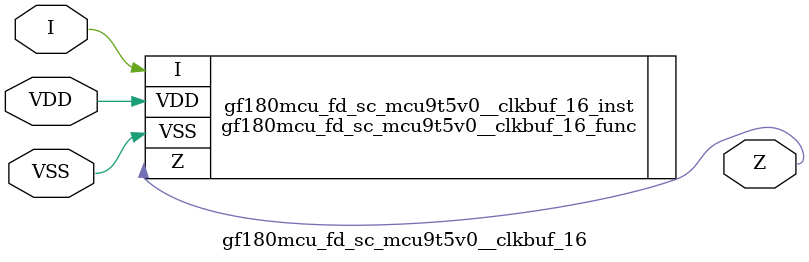
<source format=v>

module gf180mcu_fd_sc_mcu9t5v0__clkbuf_16( I, Z, VDD, VSS );
input I;
inout VDD, VSS;
output Z;

   `ifdef FUNCTIONAL  //  functional //

	gf180mcu_fd_sc_mcu9t5v0__clkbuf_16_func gf180mcu_fd_sc_mcu9t5v0__clkbuf_16_behav_inst(.I(I),.Z(Z),.VDD(VDD),.VSS(VSS));

   `else

	gf180mcu_fd_sc_mcu9t5v0__clkbuf_16_func gf180mcu_fd_sc_mcu9t5v0__clkbuf_16_inst(.I(I),.Z(Z),.VDD(VDD),.VSS(VSS));

	// spec_gates_begin


	// spec_gates_end



   specify

	// specify_block_begin

	// comb arc I --> Z
	 (I => Z) = (1.0,1.0);

	// specify_block_end

   endspecify

   `endif

endmodule

</source>
